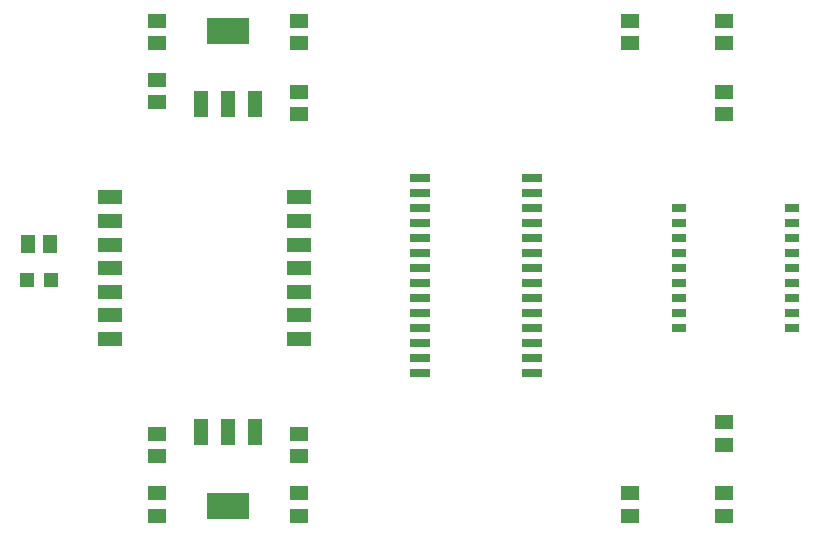
<source format=gtp>
G75*
G70*
%OFA0B0*%
%FSLAX24Y24*%
%IPPOS*%
%LPD*%
%AMOC8*
5,1,8,0,0,1.08239X$1,22.5*
%
%ADD10R,0.0669X0.0256*%
%ADD11R,0.0480X0.0880*%
%ADD12R,0.1417X0.0866*%
%ADD13R,0.0591X0.0512*%
%ADD14R,0.0512X0.0591*%
%ADD15R,0.0472X0.0472*%
%ADD16R,0.0450X0.0300*%
%ADD17R,0.0787X0.0512*%
D10*
X014404Y006486D03*
X014404Y006986D03*
X014404Y007486D03*
X014404Y007986D03*
X014404Y008486D03*
X014404Y008986D03*
X014404Y009486D03*
X014404Y009986D03*
X014404Y010486D03*
X014404Y010986D03*
X014404Y011486D03*
X014404Y011986D03*
X014404Y012486D03*
X014404Y012986D03*
X018168Y012986D03*
X018168Y012486D03*
X018168Y011986D03*
X018168Y011486D03*
X018168Y010986D03*
X018168Y010486D03*
X018168Y009986D03*
X018168Y009486D03*
X018168Y008986D03*
X018168Y008486D03*
X018168Y007986D03*
X018168Y007486D03*
X018168Y006986D03*
X018168Y006486D03*
D11*
X008928Y004514D03*
X008018Y004514D03*
X007108Y004514D03*
X007108Y015459D03*
X008018Y015459D03*
X008928Y015459D03*
D12*
X008018Y017899D03*
X008018Y002073D03*
D13*
X005656Y001738D03*
X005656Y002486D03*
X005656Y003707D03*
X005656Y004455D03*
X010380Y004455D03*
X010380Y003707D03*
X010380Y002486D03*
X010380Y001738D03*
X021404Y001738D03*
X021404Y002486D03*
X024553Y002486D03*
X024553Y001738D03*
X024553Y004101D03*
X024553Y004849D03*
X024553Y015124D03*
X024553Y015872D03*
X024553Y017486D03*
X024553Y018234D03*
X021404Y018234D03*
X021404Y017486D03*
X010380Y017486D03*
X010380Y018234D03*
X010380Y015872D03*
X010380Y015124D03*
X005656Y015518D03*
X005656Y016266D03*
X005656Y017486D03*
X005656Y018234D03*
D14*
X002093Y010774D03*
X001345Y010774D03*
D15*
X001305Y009593D03*
X002132Y009593D03*
D16*
X023062Y009486D03*
X023062Y008986D03*
X023062Y008486D03*
X023062Y007986D03*
X023062Y009986D03*
X023062Y010486D03*
X023062Y010986D03*
X023062Y011486D03*
X023062Y011986D03*
X026832Y011986D03*
X026832Y011486D03*
X026832Y010986D03*
X026832Y010486D03*
X026832Y009986D03*
X026832Y009486D03*
X026832Y008986D03*
X026832Y008486D03*
X026832Y007986D03*
D17*
X010384Y007620D03*
X010384Y008408D03*
X010384Y009195D03*
X010384Y009982D03*
X010384Y010770D03*
X010384Y011557D03*
X010384Y012345D03*
X004085Y012345D03*
X004085Y011557D03*
X004085Y010770D03*
X004085Y009982D03*
X004085Y009195D03*
X004085Y008408D03*
X004085Y007620D03*
M02*

</source>
